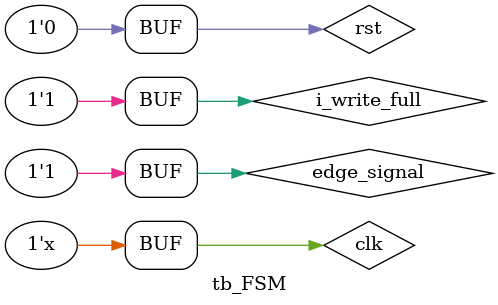
<source format=v>

module tb_FSM (   
   /*no hay salidas ni entradas*/   
  );

  //los testbench son autocontenidos. Tengo que crear un clock y un reset propios.

  reg clk, rst, i_write_full,edge_signal; 
  wire write_ena,full_mem_indicator;
  
  initial begin

    clk = 1'b0;
    rst = 1'b1;
   	#40 
   	i_write_full = 1'b0;
    edge_signal = 1'b0;
    //repeat(4) #10 clk = ~clk;    //1ns es una ud de tiempo para el Isim. 
    rst = 1'b0;
    edge_signal = 1'b1;
    #100 i_write_full = 1'b1;
    
  end
always #10 clk = ~clk; // generate a clocK


  //Instancio el modulo a probar y hago las conexiones
  FSM DUT (

  	.clk(clk),
  	.i_rst(rst),
  	.i_write_full(i_write_full),
  	.edge_detector(edge_signal),
  	.full_mem_indicator(full_mem_indicator),
  	.o_write_ena(write_ena)
   
  );

 endmodule
</source>
